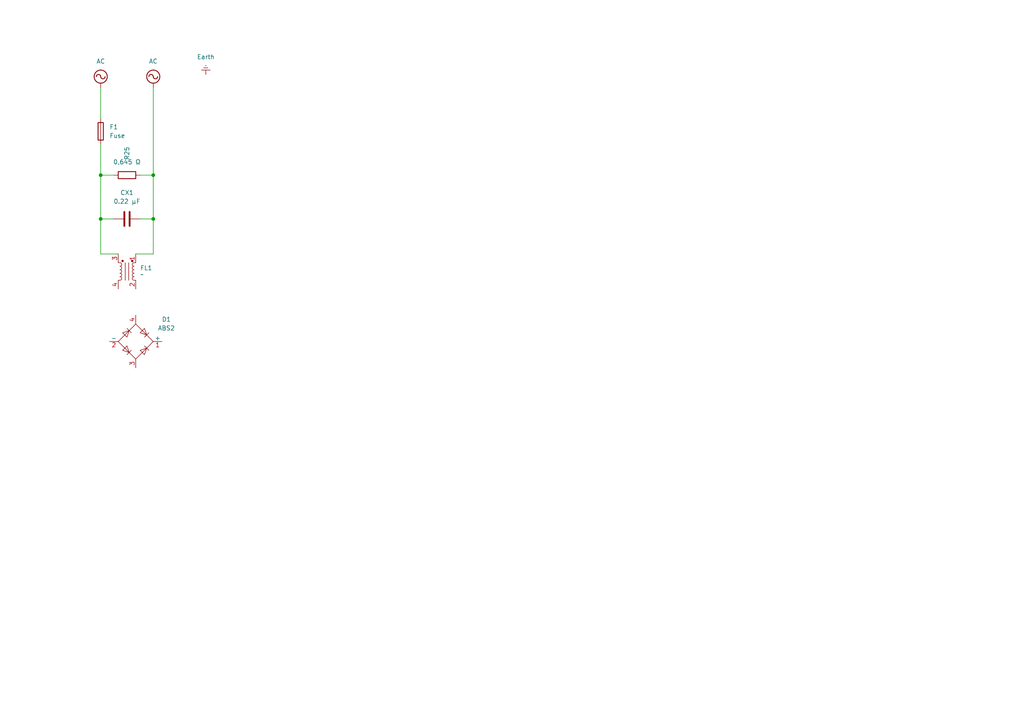
<source format=kicad_sch>
(kicad_sch (version 20231120) (generator "eeschema") (generator_version "8.0")
  (paper "A4")
  (lib_symbols
    (symbol "Device:C" (pin_numbers hide) (pin_names (offset 0.254))
      (property "Reference" "C" (at 0.635 2.54 0))
      (property "Value" "C" (at 0.635 -2.54 0))
      (symbol "C_0_1"
        (polyline (pts (xy -2.032 -0.762) (xy 2.032 -0.762)) (stroke (width 0.508)))
        (polyline (pts (xy -2.032 0.762) (xy 2.032 0.762)) (stroke (width 0.508)))
      )
      (symbol "C_1_1"
        (pin passive line (at 0 3.81 270) (length 2.794) (name "~") (number "1"))
        (pin passive line (at 0 -3.81 90) (length 2.794) (name "~") (number "2"))
      )
    )
    (symbol "Device:Fuse" (pin_numbers hide) (pin_names (offset 0))
      (property "Reference" "F" (at 2.032 0 90))
      (property "Value" "Fuse" (at -1.905 0 90))
      (symbol "Fuse_0_1"
        (rectangle (start -0.762 -2.54) (end 0.762 2.54) (stroke (width 0.254)))
        (polyline (pts (xy 0 2.54) (xy 0 -2.54)))
      )
      (symbol "Fuse_1_1"
        (pin passive line (at 0 3.81 270) (length 1.27) (name "~") (number "1"))
        (pin passive line (at 0 -3.81 90) (length 1.27) (name "~") (number "2"))
      )
    )
    (symbol "Device:R" (pin_numbers hide) (pin_names (offset 0))
      (property "Reference" "R" (at 2.032 0 90))
      (property "Value" "R" (at 0 0 90))
      (symbol "R_0_1"
        (rectangle (start -1.016 -2.54) (end 1.016 2.54) (stroke (width 0.254)))
      )
      (symbol "R_1_1"
        (pin passive line (at 0 3.81 270) (length 1.27) (name "~") (number "1"))
        (pin passive line (at 0 -3.81 90) (length 1.27) (name "~") (number "2"))
      )
    )
    (symbol "Diode_Bridge:ABS2" (pin_names (offset 0))
      (property "Reference" "D" (at 2.54 6.985 0))
      (property "Value" "ABS2" (at 2.54 5.08 0))
      (symbol "ABS2_0_1"
        (polyline (pts (xy -2.54 3.81) (xy -1.27 2.54)))
        (polyline (pts (xy -1.27 -2.54) (xy -2.54 -3.81)))
        (polyline (pts (xy 2.54 -1.27) (xy 3.81 -2.54)))
        (polyline (pts (xy 2.54 1.27) (xy 3.81 2.54)))
        (polyline (pts (xy -3.81 2.54) (xy -2.54 1.27) (xy -1.905 3.175) (xy -3.81 2.54)))
        (polyline (pts (xy -2.54 -1.27) (xy -3.81 -2.54) (xy -1.905 -3.175) (xy -2.54 -1.27)))
        (polyline (pts (xy 1.27 2.54) (xy 2.54 3.81) (xy 3.175 1.905) (xy 1.27 2.54)))
        (polyline (pts (xy 3.175 -1.905) (xy 1.27 -2.54) (xy 2.54 -3.81) (xy 3.175 -1.905)))
        (polyline (pts (xy -5.08 0) (xy 0 -5.08) (xy 5.08 0) (xy 0 5.08) (xy -5.08 0)))
      )
      (symbol "ABS2_1_1"
        (pin passive line (at 7.62 0 180) (length 2.54) (name "+") (number "1"))
        (pin passive line (at -7.62 0 0) (length 2.54) (name "-") (number "2"))
        (pin passive line (at 0 -7.62 90) (length 2.54) (name "~") (number "3"))
        (pin passive line (at 0 7.62 270) (length 2.54) (name "~") (number "4"))
      )
    )
    (symbol "Filter:Choke_Schaffner_RN102-0.3-02-12M" (pin_names hide)
      (property "Reference" "FL" (at 0 5.08 0))
      (property "Value" "Choke_Schaffner_RN102-0.3-02-12M" (at 0 -5.08 0))
      (symbol "Choke_Schaffner_RN102-0.3-02-12M_1_1"
        (circle (center -3.048 -1.27) (radius 0.254) (fill (type outline)))
        (circle (center -3.048 1.524) (radius 0.254) (fill (type outline)))
        (arc (start -2.54 2.032) (mid -2.032 1.5262) (end -1.524 2.032))
        (arc (start -1.524 -2.032) (mid -2.032 -1.5262) (end -2.54 -2.032))
        (arc (start -1.524 2.032) (mid -1.016 1.5262) (end -0.508 2.032))
        (arc (start -0.508 -2.032) (mid -1.016 -1.5262) (end -1.524 -2.032))
        (arc (start -0.508 2.032) (mid 0 1.5262) (end 0.508 2.032))
        (polyline (pts (xy -2.54 -2.032) (xy -2.54 -2.54)))
        (polyline (pts (xy -2.54 0.508) (xy 2.54 0.508)))
        (polyline (pts (xy -2.54 2.032) (xy -2.54 2.54)))
        (polyline (pts (xy 2.54 -2.032) (xy 2.54 -2.54)))
        (polyline (pts (xy 2.54 -0.508) (xy -2.54 -0.508)))
        (polyline (pts (xy 2.54 2.54) (xy 2.54 2.032)))
        (arc (start 0.508 -2.032) (mid 0 -1.5262) (end -0.508 -2.032))
        (arc (start 0.508 2.032) (mid 1.016 1.5262) (end 1.524 2.032))
        (arc (start 1.524 -2.032) (mid 1.016 -1.5262) (end 0.508 -2.032))
        (arc (start 1.524 2.032) (mid 2.032 1.5262) (end 2.54 2.032))
        (arc (start 2.54 -2.032) (mid 2.032 -1.5262) (end 1.524 -2.032))
        (pin passive line (at -5.08 2.54 0) (length 2.54) (name "1") (number "1"))
        (pin passive line (at 5.08 2.54 180) (length 2.54) (name "2") (number "2"))
        (pin passive line (at -5.08 -2.54 0) (length 2.54) (name "3") (number "3"))
        (pin passive line (at 5.08 -2.54 180) (length 2.54) (name "4") (number "4"))
      )
    )
    (symbol "power:AC" (power) (pin_numbers hide) (pin_names (offset 0) hide)
      (property "Value" "AC" (at 0 6.35 0))
      (symbol "AC_0_1"
        (polyline (pts (xy 0 0) (xy 0 1.27)))
        (arc (start 0 3.175) (mid -0.635 3.8073) (end -1.27 3.175) (stroke (width 0.254)))
        (arc (start 0 3.175) (mid 0.635 2.5427) (end 1.27 3.175) (stroke (width 0.254)))
        (circle (center 0 3.175) (radius 1.905) (stroke (width 0.254)))
      )
      (symbol "AC_1_1"
        (pin power_in line (at 0 0 90) (length 0) (name "~") (number "1"))
      )
    )
    (symbol "power:Earth" (power) (pin_numbers hide) (pin_names (offset 0) hide)
      (property "Value" "Earth" (at 0 -3.81 0))
      (symbol "Earth_0_1"
        (polyline (pts (xy -0.635 -1.905) (xy 0.635 -1.905)))
        (polyline (pts (xy -0.127 -2.54) (xy 0.127 -2.54)))
        (polyline (pts (xy 0 -1.27) (xy 0 0)))
        (polyline (pts (xy 1.27 -1.27) (xy -1.27 -1.27)))
      )
      (symbol "Earth_1_1"
        (pin power_in line (at 0 0 270) (length 0) (name "~") (number "1"))
      )
    )
  )
  (junction (at 29.21 63.5))
  (junction (at 29.21 50.8))
  (junction (at 44.45 63.5))
  (junction (at 44.45 50.8))
  (wire (pts (xy 44.45 73.66) (xy 44.45 63.5)))
  (wire (pts (xy 29.21 41.91) (xy 29.21 50.8)))
  (wire (pts (xy 40.64 63.5) (xy 44.45 63.5)))
  (wire (pts (xy 29.21 50.8) (xy 33.02 50.8)))
  (wire (pts (xy 39.37 73.66) (xy 44.45 73.66)))
  (wire (pts (xy 44.45 50.8) (xy 40.64 50.8)))
  (wire (pts (xy 29.21 63.5) (xy 29.21 50.8)))
  (wire (pts (xy 29.21 63.5) (xy 33.02 63.5)))
  (wire (pts (xy 44.45 25.4) (xy 44.45 50.8)))
  (wire (pts (xy 29.21 73.66) (xy 34.29 73.66)))
  (wire (pts (xy 44.45 63.5) (xy 44.45 50.8)))
  (wire (pts (xy 29.21 73.66) (xy 29.21 63.5)))
  (wire (pts (xy 29.21 25.4) (xy 29.21 34.29)))
  (symbol (lib_id "Filter:Choke_Schaffner_RN102-0.3-02-12M") (at 36.83 78.74 270) (unit 1)
    (property "Reference" "FL1" (at 40.64 77.7239 90) (effects (justify left)))
    (property "Value" "~" (at 40.64 79.629 90) (effects (justify left)))
    (property "Footprint" "Inductor_THT:Choke_Schaffner_RN102-04-14.0x14.0mm" (effects (hide yes)))
    (property "Datasheet" "https://www.schaffner.com/products/download/product/datasheet/rn-series-common-mode-chokes-new/" (effects (hide yes)))
    (property "Description" "Common mode choke, 300mA, 300VAC, 12mH, 1.1 ohm, RN-102" (effects (hide yes)))
  )
  (symbol (lib_id "power:AC") (at 44.45 25.4 0) (unit 1)
    (property "Reference" "#PWR02" (effects (hide yes)))
    (property "Value" "AC" (at 44.45 17.78 0))
    (property "Description" "Power symbol creates a global label with name \"AC\"" (effects (hide yes)))
  )
  (symbol (lib_id "Device:Fuse") (at 29.21 38.1 0) (unit 1)
    (property "Reference" "F1" (at 31.75 36.8299 0) (effects (justify left)))
    (property "Value" "Fuse" (at 31.75 39.3699 0) (effects (justify left)))
    (property "Description" "Fuse" (effects (hide yes)))
  )
  (symbol (lib_id "power:Earth") (at 59.69 21.59 180) (unit 1)
    (property "Reference" "#PWR03" (effects (hide yes)))
    (property "Value" "Earth" (at 59.69 16.51 0))
    (property "Description" "Power symbol creates a global label with name \"Earth\"" (effects (hide yes)))
  )
  (symbol (lib_id "Device:R") (at 36.83 50.8 270) (unit 1)
    (property "Reference" "R25" (at 36.83 44.45 0))
    (property "Value" "0,645 Ω" (at 36.83 46.99 90))
    (property "Description" "Resistor" (effects (hide yes)))
  )
  (symbol (lib_id "Device:C") (at 36.83 63.5 270) (unit 1)
    (property "Reference" "CX1" (at 36.83 55.88 90))
    (property "Value" "0.22 μF" (at 36.83 58.42 90))
    (property "Description" "Unpolarized capacitor" (effects (hide yes)))
  )
  (symbol (lib_id "Diode_Bridge:ABS2") (at 39.37 99.06 0) (unit 1)
    (property "Reference" "D1" (at 48.26 92.6398 0))
    (property "Value" "ABS2" (at 48.26 95.1798 0))
    (property "Footprint" "Diode_SMD:Diode_Bridge_Diotec_ABS" (effects (hide yes)))
    (property "Datasheet" "https://diotec.com/tl_files/diotec/files/pdf/datasheets/abs2.pdf" (effects (hide yes)))
    (property "Description" "Miniature Glass Passivated Single-Phase Surface Mount Bridge Rectifiers, 140V Vrms, 0.8A If, ABS SMD package" (effects (hide yes)))
  )
  (symbol (lib_id "power:AC") (at 29.21 25.4 0) (unit 1)
    (property "Reference" "#PWR01" (effects (hide yes)))
    (property "Value" "AC" (at 29.21 17.78 0))
    (property "Description" "Power symbol creates a global label with name \"AC\"" (effects (hide yes)))
  )
)
</source>
